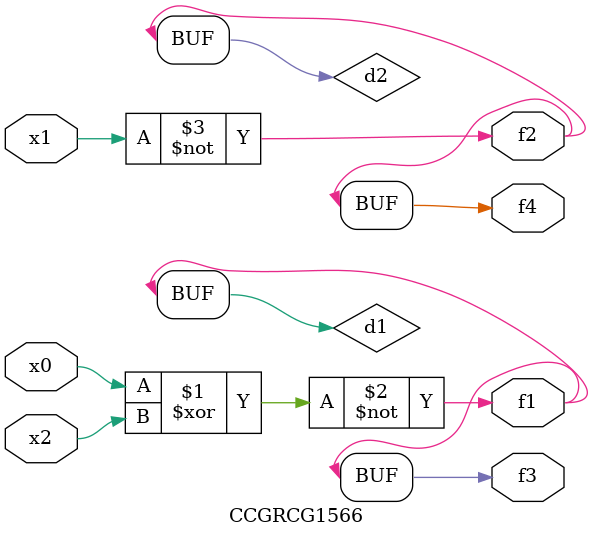
<source format=v>
module CCGRCG1566(
	input x0, x1, x2,
	output f1, f2, f3, f4
);

	wire d1, d2, d3;

	xnor (d1, x0, x2);
	nand (d2, x1);
	nor (d3, x1, x2);
	assign f1 = d1;
	assign f2 = d2;
	assign f3 = d1;
	assign f4 = d2;
endmodule

</source>
